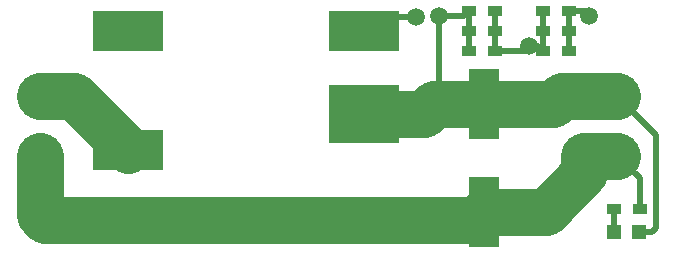
<source format=gtl>
%TF.GenerationSoftware,KiCad,Pcbnew,(2015-04-23 BZR 5622)-product*%
%TF.CreationDate,2015-05-03T17:33:37+02:00*%
%TF.JobID,KIS-3R33S_breakout,4B49532D33523333535F627265616B6F,0.12.d*%
%TF.FileFunction,Copper,L1,Top,Signal*%
%FSLAX46Y46*%
G04 Gerber Fmt 4.6, Leading zero omitted, Abs format (unit mm)*
G04 Created by KiCad (PCBNEW (2015-04-23 BZR 5622)-product) date Sun 03 May 2015 05:33:37 PM CEST*
%MOMM*%
G01*
G04 APERTURE LIST*
%ADD10C,0.100000*%
%ADD11C,1.500000*%
%ADD12R,1.200000X0.900000*%
%ADD13C,2.000000*%
%ADD14R,6.000000X3.500000*%
%ADD15R,6.000000X5.000000*%
%ADD16R,1.198880X1.198880*%
%ADD17R,2.500000X6.000000*%
%ADD18C,0.500000*%
%ADD19C,4.000000*%
G04 APERTURE END LIST*
D10*
D11*
X166350000Y-90730000D03*
X173970000Y-93270000D03*
X179050000Y-90730000D03*
D12*
X175200000Y-93700000D03*
X177400000Y-93700000D03*
X175200000Y-92000000D03*
X177400000Y-92000000D03*
X175200000Y-90300000D03*
X177400000Y-90300000D03*
X168900000Y-93700000D03*
X171100000Y-93700000D03*
X168900000Y-92000000D03*
X171100000Y-92000000D03*
D13*
X181450000Y-97460000D03*
X181450000Y-102540000D03*
X132550000Y-102540000D03*
X132550000Y-97460000D03*
D14*
X140000000Y-92000000D03*
X140000000Y-102000000D03*
X140000000Y-108000000D03*
X160000000Y-108000000D03*
D15*
X160000000Y-99000000D03*
D14*
X160000000Y-92000000D03*
D16*
X183299020Y-109000000D03*
X181200980Y-109000000D03*
D12*
X181150000Y-107000000D03*
X183350000Y-107000000D03*
X168900000Y-90300000D03*
X171100000Y-90300000D03*
D17*
X170150000Y-98150000D03*
X170150000Y-107250000D03*
D11*
X164400000Y-90800000D03*
D18*
X184398460Y-109000000D02*
X184750000Y-108648460D01*
X183299020Y-109000000D02*
X184398460Y-109000000D01*
X184750000Y-100760000D02*
X181450000Y-97460000D01*
X184750000Y-108648460D02*
X184750000Y-100760000D01*
X168900000Y-90300000D02*
X168900000Y-92000000D01*
X168900000Y-92000000D02*
X168900000Y-93700000D01*
X168470000Y-90730000D02*
X168900000Y-90300000D01*
X166350000Y-90730000D02*
X168470000Y-90730000D01*
D19*
X170150000Y-98150000D02*
X176050000Y-98150000D01*
X176740000Y-97460000D02*
X181450000Y-97460000D01*
X176050000Y-98150000D02*
X176740000Y-97460000D01*
X160000000Y-99000000D02*
X165100000Y-99000000D01*
X165950000Y-98150000D02*
X170150000Y-98150000D01*
X165100000Y-99000000D02*
X165950000Y-98150000D01*
D18*
X166350000Y-97750000D02*
X166350000Y-90730000D01*
X165950000Y-98150000D02*
X166350000Y-97750000D01*
X181200980Y-107050980D02*
X181150000Y-107000000D01*
X181200980Y-109000000D02*
X181200980Y-107050980D01*
D19*
X135460000Y-97460000D02*
X140000000Y-102000000D01*
X135460000Y-97460000D02*
X132550000Y-97460000D01*
D18*
X183350000Y-104440000D02*
X181450000Y-102540000D01*
X183350000Y-107000000D02*
X183350000Y-104440000D01*
X179000000Y-90780000D02*
X179050000Y-90730000D01*
X177400000Y-90300000D02*
X177400000Y-92000000D01*
X177400000Y-92000000D02*
X177400000Y-93700000D01*
X178620000Y-90300000D02*
X179050000Y-90730000D01*
X177400000Y-90300000D02*
X178620000Y-90300000D01*
D19*
X169400000Y-108000000D02*
X170150000Y-107250000D01*
X181450000Y-102540000D02*
X178660000Y-102540000D01*
X175400000Y-107250000D02*
X170150000Y-107250000D01*
X178660000Y-103990000D02*
X175400000Y-107250000D01*
X178660000Y-102540000D02*
X178660000Y-103990000D01*
X169400000Y-108000000D02*
X160000000Y-108000000D01*
X133000000Y-108000000D02*
X140000000Y-108000000D01*
X132550000Y-107550000D02*
X133000000Y-108000000D01*
X132550000Y-102540000D02*
X132550000Y-107550000D01*
X140000000Y-108000000D02*
X160000000Y-108000000D01*
D18*
X173540000Y-93700000D02*
X173970000Y-93270000D01*
X173970000Y-93270000D02*
X174770000Y-93270000D01*
X164100000Y-90939340D02*
X164239340Y-90800000D01*
X164239340Y-90800000D02*
X164400000Y-90800000D01*
X174770000Y-93270000D02*
X175200000Y-93700000D01*
X175200000Y-93700000D02*
X175200000Y-92000000D01*
X175200000Y-92000000D02*
X175200000Y-90300000D01*
X171100000Y-93700000D02*
X173540000Y-93700000D01*
X171100000Y-92000000D02*
X171100000Y-93700000D01*
X171100000Y-92000000D02*
X171100000Y-90300000D01*
X161200000Y-90800000D02*
X160000000Y-92000000D01*
X164400000Y-90800000D02*
X161200000Y-90800000D01*
M02*

</source>
